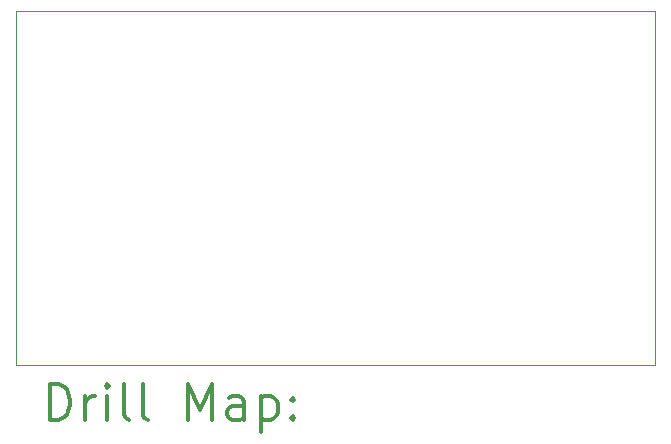
<source format=gbr>
%FSLAX45Y45*%
G04 Gerber Fmt 4.5, Leading zero omitted, Abs format (unit mm)*
G04 Created by KiCad (PCBNEW (5.1.7)-1) date 2020-12-07 21:31:36*
%MOMM*%
%LPD*%
G01*
G04 APERTURE LIST*
%TA.AperFunction,Profile*%
%ADD10C,0.050000*%
%TD*%
%ADD11C,0.200000*%
%ADD12C,0.300000*%
G04 APERTURE END LIST*
D10*
X2755900Y-5372100D02*
X2755900Y-2374900D01*
X8166100Y-5372100D02*
X2755900Y-5372100D01*
X8166100Y-2374900D02*
X8166100Y-5372100D01*
X2755900Y-2374900D02*
X8166100Y-2374900D01*
D11*
D12*
X3039828Y-5840314D02*
X3039828Y-5540314D01*
X3111257Y-5540314D01*
X3154114Y-5554600D01*
X3182686Y-5583172D01*
X3196971Y-5611743D01*
X3211257Y-5668886D01*
X3211257Y-5711743D01*
X3196971Y-5768886D01*
X3182686Y-5797457D01*
X3154114Y-5826029D01*
X3111257Y-5840314D01*
X3039828Y-5840314D01*
X3339828Y-5840314D02*
X3339828Y-5640314D01*
X3339828Y-5697457D02*
X3354114Y-5668886D01*
X3368400Y-5654600D01*
X3396971Y-5640314D01*
X3425543Y-5640314D01*
X3525543Y-5840314D02*
X3525543Y-5640314D01*
X3525543Y-5540314D02*
X3511257Y-5554600D01*
X3525543Y-5568886D01*
X3539828Y-5554600D01*
X3525543Y-5540314D01*
X3525543Y-5568886D01*
X3711257Y-5840314D02*
X3682686Y-5826029D01*
X3668400Y-5797457D01*
X3668400Y-5540314D01*
X3868400Y-5840314D02*
X3839828Y-5826029D01*
X3825543Y-5797457D01*
X3825543Y-5540314D01*
X4211257Y-5840314D02*
X4211257Y-5540314D01*
X4311257Y-5754600D01*
X4411257Y-5540314D01*
X4411257Y-5840314D01*
X4682686Y-5840314D02*
X4682686Y-5683171D01*
X4668400Y-5654600D01*
X4639828Y-5640314D01*
X4582686Y-5640314D01*
X4554114Y-5654600D01*
X4682686Y-5826029D02*
X4654114Y-5840314D01*
X4582686Y-5840314D01*
X4554114Y-5826029D01*
X4539828Y-5797457D01*
X4539828Y-5768886D01*
X4554114Y-5740314D01*
X4582686Y-5726029D01*
X4654114Y-5726029D01*
X4682686Y-5711743D01*
X4825543Y-5640314D02*
X4825543Y-5940314D01*
X4825543Y-5654600D02*
X4854114Y-5640314D01*
X4911257Y-5640314D01*
X4939828Y-5654600D01*
X4954114Y-5668886D01*
X4968400Y-5697457D01*
X4968400Y-5783171D01*
X4954114Y-5811743D01*
X4939828Y-5826029D01*
X4911257Y-5840314D01*
X4854114Y-5840314D01*
X4825543Y-5826029D01*
X5096971Y-5811743D02*
X5111257Y-5826029D01*
X5096971Y-5840314D01*
X5082686Y-5826029D01*
X5096971Y-5811743D01*
X5096971Y-5840314D01*
X5096971Y-5654600D02*
X5111257Y-5668886D01*
X5096971Y-5683171D01*
X5082686Y-5668886D01*
X5096971Y-5654600D01*
X5096971Y-5683171D01*
M02*

</source>
